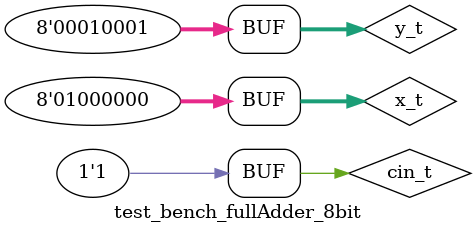
<source format=v>
module fullAdder(x, y, cin, cout, sum);
  input  x, y , cin;
  output cout, sum;
  wire w1, w2, w3;
  
  and(w1, x, y);
  and(w2, x, cin);
  and(w3, y, cin);
  xor(sum, x, y, cin);
  or(cout, w1, w2, w3);
  
endmodule

module fullAdder_8bit(x, y, cin, cout, sum);
  input cin;
  input [7:0]x, y;
  output [7:0]sum;
  output cout;
  wire [6:0]c;
  
  fullAdder f1(.x(x[0]), .y(y[0]), .cin(cin), .cout(c[0]), .sum(sum[0]));
  fullAdder f2(.x(x[1]), .y(y[1]), .cin(c[0]), .cout(c[1]), .sum(sum[1]));
  fullAdder f3(.x(x[2]), .y(y[2]), .cin(c[1]), .cout(c[2]), .sum(sum[2]));
  fullAdder f4(.x(x[3]), .y(y[3]), .cin(c[2]), .cout(c[3]), .sum(sum[3]));
  fullAdder f5(.x(x[4]), .y(y[4]), .cin(c[3]), .cout(c[4]), .sum(sum[4]));
  fullAdder f6(.x(x[5]), .y(y[5]), .cin(c[4]), .cout(c[5]), .sum(sum[5]));
  fullAdder f7(.x(x[6]), .y(y[6]), .cin(c[5]), .cout(c[6]), .sum(sum[6]));
  fullAdder f8(.x(x[7]), .y(y[7]), .cin(c[6]), .cout(cout), .sum(sum[7]));
endmodule

module test_bench_fullAdder_8bit;
  reg [7:0]x_t, y_t;
  reg cin_t;
  wire [7:0]sum_t;
  wire cout_t;
  
  fullAdder_8bit test(.x(x_t), .y(y_t), .cin(cin_t), .cout(cout_t), .sum(sum_t));
  initial begin
    $monitor("x=%d, y=%d, cin=%d => cout=%d, sum=%d", x_t, y_t, cin_t, cout_t, sum_t);
    x_t = 8'b01101011; y_t = 8'b01011101; cin_t = 1'b0;
    #10
    x_t = 8'b10000000; y_t = 8'b00100001; cin_t = 1'b0;
    #10
    x_t = 8'b01000000; y_t = 8'b00010001; cin_t = 1'b1;    
  end
endmodule

</source>
